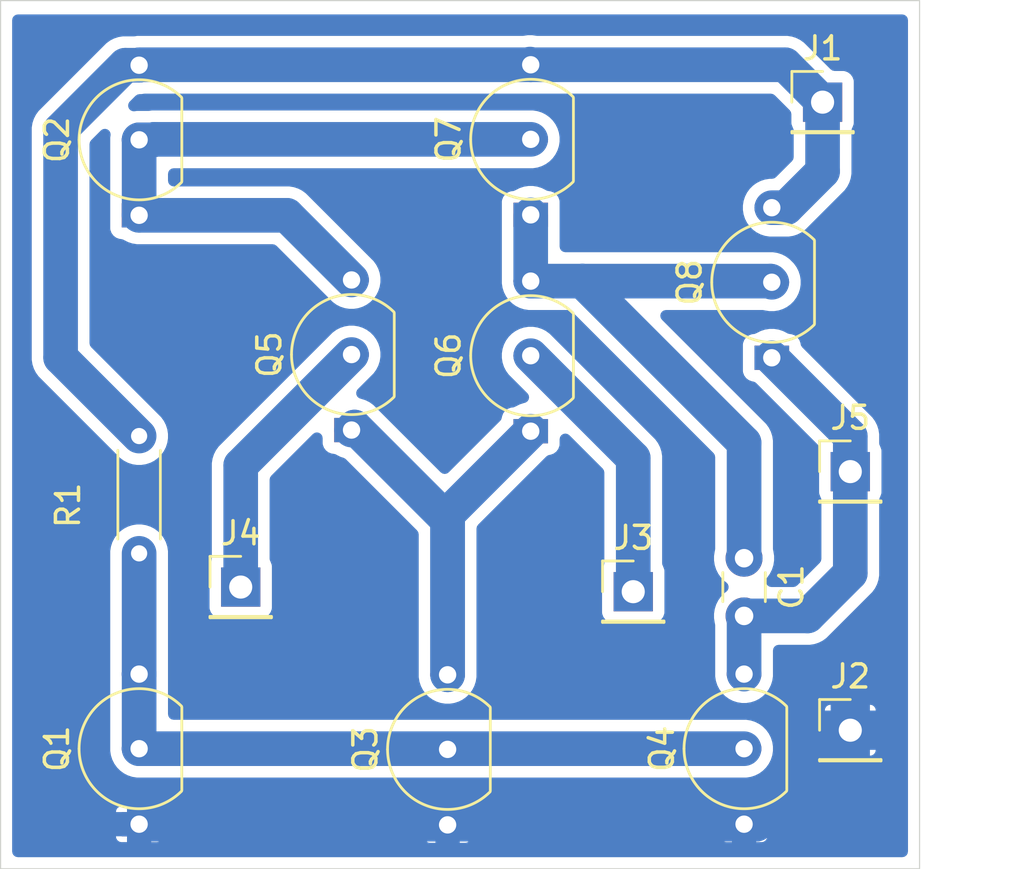
<source format=kicad_pcb>
(kicad_pcb (version 20241229) (generator "pcbnew") (generator_version "9.0")
  (layers (0 "F.Cu" signal) (2 "B.Cu" signal) (13 "F.Paste" user) (15 "B.Paste" user) (5 "F.SilkS" user "F.Silkscreen") (7 "B.SilkS" user "B.Silkscreen") (1 "F.Mask" user) (3 "B.Mask" user) (25 "Edge.Cuts" user))
  (net 0 "")
  (net 1 "Net-(Q1-D)")
  (net 2 "GND")
  (net 3 "Net-(Q2-D)")
  (net 4 "+5V")
  (net 5 "Net-(Q3-D)")
  (net 6 "Net-(J5-Pin_1)")
  (net 7 "Net-(J3-Pin_1)")
  (net 8 "Net-(Q6-D)")
  (net 9 "Net-(J4-Pin_1)")
  (footprint "Package_TO_SOT_THT:TO-92_Inline" (layer "F.Cu") (at 136.6 97.47 90)
    (property "Reference" "Q4" (at 1.27 -3.56 90) (layer "F.SilkS"))
    (property "Value" "2N7000")
    (fp_line (start -0.53 1.85) (end 3.07 1.85) (stroke (width 0.12)) (layer "F.SilkS"))
    (fp_arc (start 1.27 -2.6) (mid 3.672087 -0.994977) (end 3.108478 1.838478) (stroke (width 0.12)) (layer "F.SilkS"))
    (fp_arc (start -0.568478 1.838478) (mid -1.132087 -0.994977) (end 1.27 -2.6) (stroke (width 0.12)) (layer "F.SilkS"))
    (pad "1" thru_hole rect (at -2 0 90) (size 1.05 1.5) (drill 0.75) (layers "*.Cu" "*.Mask") (net 2 "GND"))
    (pad "2" thru_hole oval (at 1.27 0 90) (size 1.05 1.5) (drill 0.75) (layers "*.Cu" "*.Mask") (net 1 "Net-(Q1-D)"))
    (pad "3" thru_hole oval (at 4.5 0 90) (size 1.05 1.5) (drill 0.75) (layers "*.Cu" "*.Mask") (net 6 "Net-(J5-Pin_1)"))
  )
  (footprint "Connector_PinHeader_2.54mm:PinHeader_1x01_P2.54mm_Vertical" (layer "F.Cu") (at 114.8 89.2)
    (property "Reference" "J4" (at 0 -2.33 0) (layer "F.SilkS"))
    (property "Value" "Conn_01x01_Socket")
    (fp_line (start -1.33 -1.33) (end 0 -1.33) (stroke (width 0.12)) (layer "F.SilkS"))
    (fp_line (start -1.33 0) (end -1.33 -1.33) (stroke (width 0.12)) (layer "F.SilkS"))
    (fp_line (start -1.33 1.27) (end -1.33 1.33) (stroke (width 0.12)) (layer "F.SilkS"))
    (fp_line (start -1.33 1.27) (end 1.33 1.27) (stroke (width 0.12)) (layer "F.SilkS"))
    (fp_line (start -1.33 1.33) (end 1.33 1.33) (stroke (width 0.12)) (layer "F.SilkS"))
    (fp_line (start 1.33 1.27) (end 1.33 1.33) (stroke (width 0.12)) (layer "F.SilkS"))
    (pad "1" thru_hole rect (at 0 0) (size 1.7 1.7) (drill 1) (layers "*.Cu" "*.Mask") (net 9 "Net-(J4-Pin_1)"))
  )
  (footprint "Package_TO_SOT_THT:TO-92_Inline" (layer "F.Cu") (at 110.4 71.1 90)
    (property "Reference" "Q2" (at 1.27 -3.56 90) (layer "F.SilkS"))
    (property "Value" "BS250")
    (fp_line (start -0.53 1.85) (end 3.07 1.85) (stroke (width 0.12)) (layer "F.SilkS"))
    (fp_arc (start 1.27 -2.6) (mid 3.672087 -0.994977) (end 3.108478 1.838478) (stroke (width 0.12)) (layer "F.SilkS"))
    (fp_arc (start -0.568478 1.838478) (mid -1.132087 -0.994977) (end 1.27 -2.6) (stroke (width 0.12)) (layer "F.SilkS"))
    (pad "1" thru_hole rect (at -2 0 90) (size 1.05 1.5) (drill 0.75) (layers "*.Cu" "*.Mask") (net 3 "Net-(Q2-D)"))
    (pad "2" thru_hole oval (at 1.27 0 90) (size 1.05 1.5) (drill 0.75) (layers "*.Cu" "*.Mask") (net 3 "Net-(Q2-D)"))
    (pad "3" thru_hole oval (at 4.5 0 90) (size 1.05 1.5) (drill 0.75) (layers "*.Cu" "*.Mask") (net 4 "+5V"))
  )
  (footprint "Connector_PinHeader_2.54mm:PinHeader_1x01_P2.54mm_Vertical" (layer "F.Cu") (at 141.2 95.4)
    (property "Reference" "J2" (at 0 -2.33 0) (layer "F.SilkS"))
    (property "Value" "Conn_01x01_Socket")
    (fp_line (start -1.33 -1.33) (end 0 -1.33) (stroke (width 0.12)) (layer "F.SilkS"))
    (fp_line (start -1.33 0) (end -1.33 -1.33) (stroke (width 0.12)) (layer "F.SilkS"))
    (fp_line (start -1.33 1.27) (end -1.33 1.33) (stroke (width 0.12)) (layer "F.SilkS"))
    (fp_line (start -1.33 1.27) (end 1.33 1.27) (stroke (width 0.12)) (layer "F.SilkS"))
    (fp_line (start -1.33 1.33) (end 1.33 1.33) (stroke (width 0.12)) (layer "F.SilkS"))
    (fp_line (start 1.33 1.27) (end 1.33 1.33) (stroke (width 0.12)) (layer "F.SilkS"))
    (pad "1" thru_hole rect (at 0 0) (size 1.7 1.7) (drill 1) (layers "*.Cu" "*.Mask") (net 2 "GND"))
  )
  (footprint "Package_TO_SOT_THT:TO-92_Inline" (layer "F.Cu") (at 137.8 77.27 90)
    (property "Reference" "Q8" (at 1.27 -3.56 90) (layer "F.SilkS"))
    (property "Value" "BS250")
    (fp_line (start -0.53 1.85) (end 3.07 1.85) (stroke (width 0.12)) (layer "F.SilkS"))
    (fp_arc (start 1.27 -2.6) (mid 3.672087 -0.994977) (end 3.108478 1.838478) (stroke (width 0.12)) (layer "F.SilkS"))
    (fp_arc (start -0.568478 1.838478) (mid -1.132087 -0.994977) (end 1.27 -2.6) (stroke (width 0.12)) (layer "F.SilkS"))
    (pad "1" thru_hole rect (at -2 0 90) (size 1.05 1.5) (drill 0.75) (layers "*.Cu" "*.Mask") (net 6 "Net-(J5-Pin_1)"))
    (pad "2" thru_hole oval (at 1.27 0 90) (size 1.05 1.5) (drill 0.75) (layers "*.Cu" "*.Mask") (net 8 "Net-(Q6-D)"))
    (pad "3" thru_hole oval (at 4.5 0 90) (size 1.05 1.5) (drill 0.75) (layers "*.Cu" "*.Mask") (net 4 "+5V"))
  )
  (footprint "Resistor_THT:R_Axial_DIN0204_L3.6mm_D1.6mm_P5.08mm_Horizontal" (layer "F.Cu") (at 110.4 82.66 -90)
    (property "Reference" "R1" (at 3 3.08 90) (layer "F.SilkS"))
    (property "Value" "10KR")
    (fp_line (start 0.62 0.92) (end 4.46 0.92) (stroke (width 0.12)) (layer "F.SilkS"))
    (fp_line (start 0.62 -0.92) (end 4.46 -0.92) (stroke (width 0.12)) (layer "F.SilkS"))
    (pad "1" thru_hole circle (at 0 0 270) (size 1.4 1.4) (drill 0.7) (layers "*.Cu" "*.Mask") (net 4 "+5V"))
    (pad "2" thru_hole oval (at 5.08 0 270) (size 1.4 1.4) (drill 0.7) (layers "*.Cu" "*.Mask") (net 1 "Net-(Q1-D)"))
  )
  (footprint "Connector_PinHeader_2.54mm:PinHeader_1x01_P2.54mm_Vertical" (layer "F.Cu") (at 131.8 89.4)
    (property "Reference" "J3" (at 0 -2.33 0) (layer "F.SilkS"))
    (property "Value" "Conn_01x01_Socket")
    (fp_line (start -1.33 -1.33) (end 0 -1.33) (stroke (width 0.12)) (layer "F.SilkS"))
    (fp_line (start -1.33 0) (end -1.33 -1.33) (stroke (width 0.12)) (layer "F.SilkS"))
    (fp_line (start -1.33 1.27) (end -1.33 1.33) (stroke (width 0.12)) (layer "F.SilkS"))
    (fp_line (start -1.33 1.27) (end 1.33 1.27) (stroke (width 0.12)) (layer "F.SilkS"))
    (fp_line (start -1.33 1.33) (end 1.33 1.33) (stroke (width 0.12)) (layer "F.SilkS"))
    (fp_line (start 1.33 1.27) (end 1.33 1.33) (stroke (width 0.12)) (layer "F.SilkS"))
    (pad "1" thru_hole rect (at 0 0) (size 1.7 1.7) (drill 1) (layers "*.Cu" "*.Mask") (net 7 "Net-(J3-Pin_1)"))
  )
  (footprint "Capacitor_THT:C_Disc_D3.0mm_W1.6mm_P2.50mm" (layer "F.Cu") (at 136.6 87.95 -90)
    (property "Reference" "C1" (at 1.25 -2.05 90) (layer "F.SilkS"))
    (property "Value" "10nF")
    (fp_line (start 0.621 0.92) (end 1.879 0.92) (stroke (width 0.12)) (layer "F.SilkS"))
    (fp_line (start 0.621 -0.92) (end 1.879 -0.92) (stroke (width 0.12)) (layer "F.SilkS"))
    (pad "1" thru_hole circle (at 0 0 270) (size 1.6 1.6) (drill 0.8) (layers "*.Cu" "*.Mask") (net 8 "Net-(Q6-D)"))
    (pad "2" thru_hole circle (at 2.5 0 270) (size 1.6 1.6) (drill 0.8) (layers "*.Cu" "*.Mask") (net 6 "Net-(J5-Pin_1)"))
  )
  (footprint "Package_TO_SOT_THT:TO-92_Inline" (layer "F.Cu") (at 110.4 97.47 90)
    (property "Reference" "Q1" (at 1.27 -3.56 90) (layer "F.SilkS"))
    (property "Value" "2N7000")
    (fp_line (start -0.53 1.85) (end 3.07 1.85) (stroke (width 0.12)) (layer "F.SilkS"))
    (fp_arc (start 1.27 -2.6) (mid 3.672087 -0.994977) (end 3.108478 1.838478) (stroke (width 0.12)) (layer "F.SilkS"))
    (fp_arc (start -0.568478 1.838478) (mid -1.132087 -0.994977) (end 1.27 -2.6) (stroke (width 0.12)) (layer "F.SilkS"))
    (pad "1" thru_hole rect (at -2 0 90) (size 1.05 1.5) (drill 0.75) (layers "*.Cu" "*.Mask") (net 2 "GND"))
    (pad "2" thru_hole oval (at 1.27 0 90) (size 1.05 1.5) (drill 0.75) (layers "*.Cu" "*.Mask") (net 1 "Net-(Q1-D)"))
    (pad "3" thru_hole oval (at 4.5 0 90) (size 1.05 1.5) (drill 0.75) (layers "*.Cu" "*.Mask") (net 1 "Net-(Q1-D)"))
  )
  (footprint "Connector_PinHeader_2.54mm:PinHeader_1x01_P2.54mm_Vertical" (layer "F.Cu") (at 141.2 84.2)
    (property "Reference" "J5" (at 0 -2.33 0) (layer "F.SilkS"))
    (property "Value" "Conn_01x01_Socket")
    (fp_line (start -1.33 -1.33) (end 0 -1.33) (stroke (width 0.12)) (layer "F.SilkS"))
    (fp_line (start -1.33 0) (end -1.33 -1.33) (stroke (width 0.12)) (layer "F.SilkS"))
    (fp_line (start -1.33 1.27) (end -1.33 1.33) (stroke (width 0.12)) (layer "F.SilkS"))
    (fp_line (start -1.33 1.27) (end 1.33 1.27) (stroke (width 0.12)) (layer "F.SilkS"))
    (fp_line (start -1.33 1.33) (end 1.33 1.33) (stroke (width 0.12)) (layer "F.SilkS"))
    (fp_line (start 1.33 1.27) (end 1.33 1.33) (stroke (width 0.12)) (layer "F.SilkS"))
    (pad "1" thru_hole rect (at 0 0) (size 1.7 1.7) (drill 1) (layers "*.Cu" "*.Mask") (net 6 "Net-(J5-Pin_1)"))
  )
  (footprint "Package_TO_SOT_THT:TO-92_Inline" (layer "F.Cu") (at 127.36 80.45 90)
    (property "Reference" "Q6" (at 1.27 -3.56 90) (layer "F.SilkS"))
    (property "Value" "2N7000")
    (fp_line (start -0.53 1.85) (end 3.07 1.85) (stroke (width 0.12)) (layer "F.SilkS"))
    (fp_arc (start 1.27 -2.6) (mid 3.672087 -0.994977) (end 3.108478 1.838478) (stroke (width 0.12)) (layer "F.SilkS"))
    (fp_arc (start -0.568478 1.838478) (mid -1.132087 -0.994977) (end 1.27 -2.6) (stroke (width 0.12)) (layer "F.SilkS"))
    (pad "1" thru_hole rect (at -2 0 90) (size 1.05 1.5) (drill 0.75) (layers "*.Cu" "*.Mask") (net 5 "Net-(Q3-D)"))
    (pad "2" thru_hole oval (at 1.27 0 90) (size 1.05 1.5) (drill 0.75) (layers "*.Cu" "*.Mask") (net 7 "Net-(J3-Pin_1)"))
    (pad "3" thru_hole oval (at 4.5 0 90) (size 1.05 1.5) (drill 0.75) (layers "*.Cu" "*.Mask") (net 8 "Net-(Q6-D)"))
  )
  (footprint "Connector_PinHeader_2.54mm:PinHeader_1x01_P2.54mm_Vertical" (layer "F.Cu") (at 140 68.2)
    (property "Reference" "J1" (at 0 -2.33 0) (layer "F.SilkS"))
    (property "Value" "Conn_01x01_Socket")
    (fp_line (start -1.33 -1.33) (end 0 -1.33) (stroke (width 0.12)) (layer "F.SilkS"))
    (fp_line (start -1.33 0) (end -1.33 -1.33) (stroke (width 0.12)) (layer "F.SilkS"))
    (fp_line (start -1.33 1.27) (end -1.33 1.33) (stroke (width 0.12)) (layer "F.SilkS"))
    (fp_line (start -1.33 1.27) (end 1.33 1.27) (stroke (width 0.12)) (layer "F.SilkS"))
    (fp_line (start -1.33 1.33) (end 1.33 1.33) (stroke (width 0.12)) (layer "F.SilkS"))
    (fp_line (start 1.33 1.27) (end 1.33 1.33) (stroke (width 0.12)) (layer "F.SilkS"))
    (pad "1" thru_hole rect (at 0 0) (size 1.7 1.7) (drill 1) (layers "*.Cu" "*.Mask") (net 4 "+5V"))
  )
  (footprint "Package_TO_SOT_THT:TO-92_Inline" (layer "F.Cu") (at 119.6 80.4 90)
    (property "Reference" "Q5" (at 1.27 -3.56 90) (layer "F.SilkS"))
    (property "Value" "2N7000")
    (fp_line (start -0.53 1.85) (end 3.07 1.85) (stroke (width 0.12)) (layer "F.SilkS"))
    (fp_arc (start 1.27 -2.6) (mid 3.672087 -0.994977) (end 3.108478 1.838478) (stroke (width 0.12)) (layer "F.SilkS"))
    (fp_arc (start -0.568478 1.838478) (mid -1.132087 -0.994977) (end 1.27 -2.6) (stroke (width 0.12)) (layer "F.SilkS"))
    (pad "1" thru_hole rect (at -2 0 90) (size 1.05 1.5) (drill 0.75) (layers "*.Cu" "*.Mask") (net 5 "Net-(Q3-D)"))
    (pad "2" thru_hole oval (at 1.27 0 90) (size 1.05 1.5) (drill 0.75) (layers "*.Cu" "*.Mask") (net 9 "Net-(J4-Pin_1)"))
    (pad "3" thru_hole oval (at 4.5 0 90) (size 1.05 1.5) (drill 0.75) (layers "*.Cu" "*.Mask") (net 3 "Net-(Q2-D)"))
  )
  (footprint "Package_TO_SOT_THT:TO-92_Inline" (layer "F.Cu") (at 127.36 71.08 90)
    (property "Reference" "Q7" (at 1.27 -3.56 90) (layer "F.SilkS"))
    (property "Value" "BS250")
    (fp_line (start -0.53 1.85) (end 3.07 1.85) (stroke (width 0.12)) (layer "F.SilkS"))
    (fp_arc (start 1.27 -2.6) (mid 3.672087 -0.994977) (end 3.108478 1.838478) (stroke (width 0.12)) (layer "F.SilkS"))
    (fp_arc (start -0.568478 1.838478) (mid -1.132087 -0.994977) (end 1.27 -2.6) (stroke (width 0.12)) (layer "F.SilkS"))
    (pad "1" thru_hole rect (at -2 0 90) (size 1.05 1.5) (drill 0.75) (layers "*.Cu" "*.Mask") (net 8 "Net-(Q6-D)"))
    (pad "2" thru_hole oval (at 1.27 0 90) (size 1.05 1.5) (drill 0.75) (layers "*.Cu" "*.Mask") (net 3 "Net-(Q2-D)"))
    (pad "3" thru_hole oval (at 4.5 0 90) (size 1.05 1.5) (drill 0.75) (layers "*.Cu" "*.Mask") (net 4 "+5V"))
  )
  (footprint "Package_TO_SOT_THT:TO-92_Inline" (layer "F.Cu") (at 123.76 97.5 90)
    (property "Reference" "Q3" (at 1.27 -3.56 90) (layer "F.SilkS"))
    (property "Value" "2N7000")
    (fp_line (start -0.53 1.85) (end 3.07 1.85) (stroke (width 0.12)) (layer "F.SilkS"))
    (fp_arc (start 1.27 -2.6) (mid 3.672087 -0.994977) (end 3.108478 1.838478) (stroke (width 0.12)) (layer "F.SilkS"))
    (fp_arc (start -0.568478 1.838478) (mid -1.132087 -0.994977) (end 1.27 -2.6) (stroke (width 0.12)) (layer "F.SilkS"))
    (pad "1" thru_hole rect (at -2 0 90) (size 1.05 1.5) (drill 0.75) (layers "*.Cu" "*.Mask") (net 2 "GND"))
    (pad "2" thru_hole oval (at 1.27 0 90) (size 1.05 1.5) (drill 0.75) (layers "*.Cu" "*.Mask") (net 1 "Net-(Q1-D)"))
    (pad "3" thru_hole oval (at 4.5 0 90) (size 1.05 1.5) (drill 0.75) (layers "*.Cu" "*.Mask") (net 5 "Net-(Q3-D)"))
  )
  (gr_rect (start 104.4 63.8) (end 144.2 101.4) (stroke (width 0.05)) (fill no) (layer "Edge.Cuts"))
  (segment (start 110.4 96.2) (end 110.4 92.97) (width 1.5) (layer "B.Cu") (net 1))
  (segment (start 136.6 96.2) (end 110.4 96.2) (width 1.5) (layer "B.Cu") (net 1))
  (segment (start 110.4 87.74) (end 110.4 92.97) (width 1.5) (layer "B.Cu") (net 1))
  (segment (start 110.4 99.47) (end 136.6 99.47) (width 1.5) (layer "B.Cu") (net 2))
  (segment (start 136.6 99.47) (end 137.13 99.47) (width 1.5) (layer "B.Cu") (net 2))
  (segment (start 137.13 99.47) (end 141.2 95.4) (width 1.5) (layer "B.Cu") (net 2))
  (segment (start 110.4 73.1) (end 116.8 73.1) (width 1.5) (layer "B.Cu") (net 3))
  (segment (start 111.03 69.83) (end 111.05 69.81) (width 1.5) (layer "B.Cu") (net 3))
  (segment (start 110.4 69.83) (end 111.03 69.83) (width 1.5) (layer "B.Cu") (net 3))
  (segment (start 116.8 73.1) (end 119.6 75.9) (width 1.5) (layer "B.Cu") (net 3))
  (segment (start 110.4 69.83) (end 110.4 73.1) (width 1.5) (layer "B.Cu") (net 3))
  (segment (start 111.05 69.81) (end 127.36 69.81) (width 1.5) (layer "B.Cu") (net 3))
  (segment (start 137.8 72.77) (end 138.43 72.77) (width 1.5) (layer "B.Cu") (net 4))
  (segment (start 109.8 66.6) (end 110.4 66.6) (width 1.5) (layer "B.Cu") (net 4))
  (segment (start 107 79.26) (end 107 69.4) (width 1.5) (layer "B.Cu") (net 4))
  (segment (start 110.42 66.58) (end 110.4 66.6) (width 1.5) (layer "B.Cu") (net 4))
  (segment (start 140 71.2) (end 140 68.2) (width 1.5) (layer "B.Cu") (net 4))
  (segment (start 138.43 72.77) (end 140 71.2) (width 1.5) (layer "B.Cu") (net 4))
  (segment (start 127.36 66.58) (end 110.42 66.58) (width 1.5) (layer "B.Cu") (net 4))
  (segment (start 127.36 66.58) (end 138.38 66.58) (width 1.5) (layer "B.Cu") (net 4))
  (segment (start 138.38 66.58) (end 140 68.2) (width 1.5) (layer "B.Cu") (net 4))
  (segment (start 107 69.4) (end 109.8 66.6) (width 1.5) (layer "B.Cu") (net 4))
  (segment (start 127.33 66.55) (end 127.36 66.58) (width 1.5) (layer "B.Cu") (net 4))
  (segment (start 110.4 82.66) (end 107 79.26) (width 1.5) (layer "B.Cu") (net 4))
  (segment (start 119.73 82.27) (end 119.6 82.4) (width 1.5) (layer "B.Cu") (net 5))
  (segment (start 123.76 86.05) (end 127.36 82.45) (width 1.5) (layer "B.Cu") (net 5))
  (segment (start 119.73 82.27) (end 123.76 86.3) (width 1.5) (layer "B.Cu") (net 5))
  (segment (start 123.76 86.3) (end 123.76 93) (width 1.5) (layer "B.Cu") (net 5))
  (segment (start 123.76 93) (end 123.76 86.05) (width 1.5) (layer "B.Cu") (net 5))
  (segment (start 136.6 90.45) (end 139.35 90.45) (width 1.5) (layer "B.Cu") (net 6))
  (segment (start 141.2 84.2) (end 141.2 82.67) (width 1.5) (layer "B.Cu") (net 6))
  (segment (start 141.2 88.6) (end 141.2 84.2) (width 1.5) (layer "B.Cu") (net 6))
  (segment (start 139.35 90.45) (end 141.2 88.6) (width 1.5) (layer "B.Cu") (net 6))
  (segment (start 141.2 82.67) (end 137.8 79.27) (width 1.5) (layer "B.Cu") (net 6))
  (segment (start 136.6 92.97) (end 136.6 90.45) (width 1.5) (layer "B.Cu") (net 6))
  (segment (start 131.8 83.62) (end 131.8 89.4) (width 1.5) (layer "B.Cu") (net 7))
  (segment (start 127.36 79.18) (end 131.8 83.62) (width 1.5) (layer "B.Cu") (net 7))
  (segment (start 134.2 75.95) (end 137.75 75.95) (width 1.5) (layer "B.Cu") (net 8))
  (segment (start 136.6 87.95) (end 136.6 82.95) (width 1.5) (layer "B.Cu") (net 8))
  (segment (start 129.6 75.95) (end 134.2 75.95) (width 1.5) (layer "B.Cu") (net 8))
  (segment (start 137.75 75.95) (end 137.8 76) (width 1.5) (layer "B.Cu") (net 8))
  (segment (start 127.36 75.95) (end 129.6 75.95) (width 1.5) (layer "B.Cu") (net 8))
  (segment (start 127.36 73.08) (end 127.36 75.95) (width 1.5) (layer "B.Cu") (net 8))
  (segment (start 136.6 82.95) (end 129.6 75.95) (width 1.5) (layer "B.Cu") (net 8))
  (segment (start 114.8 83.93) (end 114.8 89.2) (width 1.5) (layer "B.Cu") (net 9))
  (segment (start 119.6 79.13) (end 114.8 83.93) (width 1.5) (layer "B.Cu") (net 9))
  (zone (net 2) (net_name "GND") (layer "B.Cu") (connect_pads (clearance 0.5)) (min_thickness 0.5) (fill yes (thermal_gap 0.25) (thermal_bridge_width 3) (island_removal_mode 1) (island_area_min 10))
    (polygon (pts (xy 104.8 64.4) (xy 143.8 64.4) (xy 143.8 101.2) (xy 104.8 101.2)))
  )
)
</source>
